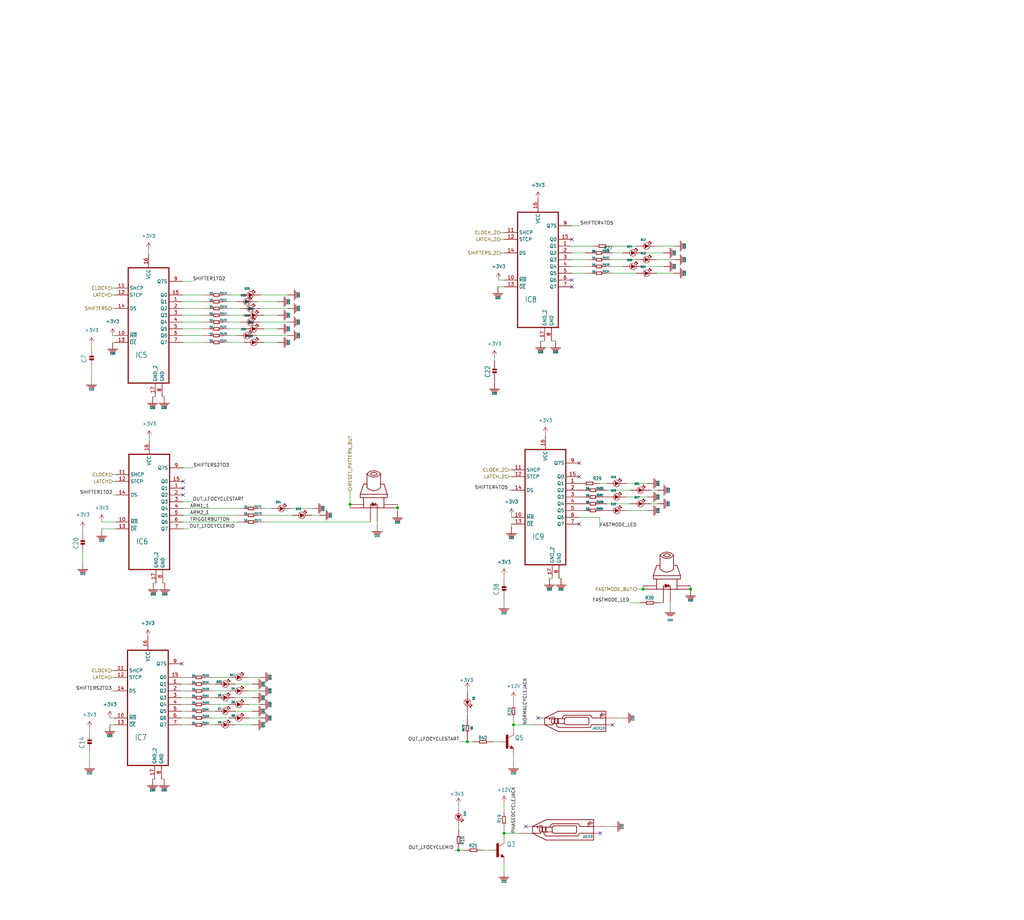
<source format=kicad_sch>
(kicad_sch (version 20211123) (generator eeschema)
  (paper "User" 383.413 344.754)
  (junction (at 240.792 220.726))
  (junction (at 148.844 190.246))
  (junction (at 258.572 220.726))
  (junction (at 175.006 277.876))
  (junction (at 188.722 312.166))
  (junction (at 192.278 271.526))
  (junction (at 131.064 188.976))
  (junction (at 171.704 318.516))
  (no_connect (at 68.58 182.88))
  (no_connect (at 68.58 185.42))
  (no_connect (at 214.122 89.662))
  (no_connect (at 216.916 196.342))
  (no_connect (at 216.916 173.482))
  (no_connect (at 214.122 104.902))
  (no_connect (at 196.85 309.626))
  (no_connect (at 216.916 178.562))
  (no_connect (at 68.58 180.34))
  (no_connect (at 214.122 107.442))
  (no_connect (at 201.422 268.986))
  (no_connect (at 229.362 271.526))
  (no_connect (at 224.79 312.166))
  (no_connect (at 68.072 248.666))
  (wire (pts (xy 175.006 267.716) (xy 175.006 266.954)))
  (wire (pts (xy 188.722 215.646) (xy 188.722 216.662)))
  (wire (pts (xy 171.704 309.88) (xy 171.704 310.896)))
  (wire (pts (xy 234.696 181.102) (xy 242.316 181.102)))
  (wire (pts (xy 55.626 93.472) (xy 55.626 95.25)))
  (wire (pts (xy 187.452 94.742) (xy 188.722 94.742)))
  (wire (pts (xy 43.18 177.8) (xy 42.164 177.8)))
  (wire (pts (xy 68.326 105.41) (xy 72.136 105.41)))
  (wire (pts (xy 177.038 277.876) (xy 175.006 277.876)))
  (wire (pts (xy 42.926 107.95) (xy 41.91 107.95)))
  (wire (pts (xy 42.672 271.526) (xy 41.148 271.526)))
  (wire (pts (xy 185.166 143.256) (xy 185.166 142.748)))
  (wire (pts (xy 61.722 218.44) (xy 60.96 218.44)))
  (wire (pts (xy 42.164 128.27) (xy 42.926 128.27)))
  (wire (pts (xy 93.218 268.986) (xy 97.028 268.986)))
  (wire (pts (xy 43.18 185.42) (xy 42.164 185.42)))
  (wire (pts (xy 138.684 195.58) (xy 138.684 195.326)))
  (wire (pts (xy 68.58 190.5) (xy 88.9 190.5)))
  (wire (pts (xy 240.792 99.822) (xy 248.412 99.822)))
  (wire (pts (xy 186.69 104.902) (xy 188.722 104.902)))
  (wire (pts (xy 42.926 110.49) (xy 41.91 110.49)))
  (wire (pts (xy 88.9 195.58) (xy 68.58 195.58)))
  (wire (pts (xy 192.278 262.636) (xy 192.278 261.874)))
  (wire (pts (xy 191.516 193.04) (xy 191.516 193.802)))
  (wire (pts (xy 68.58 198.12) (xy 70.866 198.12)))
  (wire (pts (xy 131.064 188.976) (xy 131.064 190.246)))
  (wire (pts (xy 94.488 271.526) (xy 88.138 271.526)))
  (wire (pts (xy 242.316 186.182) (xy 234.696 186.182)))
  (wire (pts (xy 68.072 271.526) (xy 69.342 271.526)))
  (wire (pts (xy 97.536 110.49) (xy 107.696 110.49)))
  (wire (pts (xy 148.844 190.246) (xy 148.844 191.516)))
  (wire (pts (xy 88.138 261.366) (xy 94.488 261.366)))
  (wire (pts (xy 190.246 183.642) (xy 191.516 183.642)))
  (wire (pts (xy 171.704 318.516) (xy 173.482 318.516)))
  (wire (pts (xy 68.072 266.446) (xy 69.342 266.446)))
  (wire (pts (xy 86.106 118.11) (xy 91.186 118.11)))
  (wire (pts (xy 231.902 268.986) (xy 232.918 268.986)))
  (wire (pts (xy 98.806 128.27) (xy 103.886 128.27)))
  (wire (pts (xy 99.06 193.04) (xy 109.22 193.04)))
  (wire (pts (xy 43.18 198.12) (xy 38.1 198.12)))
  (wire (pts (xy 188.722 310.896) (xy 188.722 312.166)))
  (wire (pts (xy 97.028 253.746) (xy 93.218 253.746)))
  (wire (pts (xy 88.138 266.446) (xy 94.488 266.446)))
  (wire (pts (xy 181.102 318.516) (xy 183.642 318.516)))
  (wire (pts (xy 61.468 291.846) (xy 60.452 291.846)))
  (wire (pts (xy 224.536 193.802) (xy 216.916 193.802)))
  (wire (pts (xy 103.886 113.03) (xy 96.266 113.03)))
  (wire (pts (xy 68.072 261.366) (xy 69.342 261.366)))
  (wire (pts (xy 245.872 97.282) (xy 252.222 97.282)))
  (wire (pts (xy 68.58 175.26) (xy 72.39 175.26)))
  (wire (pts (xy 68.326 118.11) (xy 75.946 118.11)))
  (wire (pts (xy 61.468 148.59) (xy 60.706 148.59)))
  (wire (pts (xy 38.1 198.12) (xy 38.1 198.374)))
  (wire (pts (xy 240.792 219.456) (xy 240.792 220.726)))
  (wire (pts (xy 33.528 285.496) (xy 33.528 281.686)))
  (wire (pts (xy 42.672 251.206) (xy 41.91 251.206)))
  (wire (pts (xy 239.522 225.806) (xy 235.712 225.806)))
  (wire (pts (xy 187.452 89.662) (xy 188.722 89.662)))
  (wire (pts (xy 99.06 190.5) (xy 101.6 190.5)))
  (wire (pts (xy 141.224 196.596) (xy 141.224 195.326)))
  (wire (pts (xy 103.886 123.19) (xy 98.806 123.19)))
  (wire (pts (xy 252.222 92.202) (xy 245.872 92.202)))
  (wire (pts (xy 131.064 183.642) (xy 131.064 188.976)))
  (wire (pts (xy 238.252 220.726) (xy 240.792 220.726)))
  (wire (pts (xy 68.326 125.73) (xy 75.946 125.73)))
  (wire (pts (xy 86.106 125.73) (xy 88.646 125.73)))
  (wire (pts (xy 235.966 188.722) (xy 227.076 188.722)))
  (wire (pts (xy 41.91 258.826) (xy 42.672 258.826)))
  (wire (pts (xy 188.722 323.596) (xy 188.722 326.136)))
  (wire (pts (xy 204.216 162.56) (xy 204.216 163.322)))
  (wire (pts (xy 188.722 312.166) (xy 188.722 313.436)))
  (wire (pts (xy 86.106 115.57) (xy 89.916 115.57)))
  (wire (pts (xy 43.18 180.34) (xy 42.164 180.34)))
  (wire (pts (xy 192.278 271.526) (xy 192.278 272.796)))
  (wire (pts (xy 57.15 148.59) (xy 58.166 148.59)))
  (wire (pts (xy 97.028 263.906) (xy 93.218 263.906)))
  (wire (pts (xy 79.502 263.906) (xy 85.598 263.906)))
  (wire (pts (xy 68.072 268.986) (xy 69.342 268.986)))
  (wire (pts (xy 68.072 263.906) (xy 69.342 263.906)))
  (wire (pts (xy 79.502 271.526) (xy 80.518 271.526)))
  (wire (pts (xy 86.106 120.65) (xy 89.916 120.65)))
  (wire (pts (xy 68.326 123.19) (xy 75.946 123.19)))
  (wire (pts (xy 97.536 115.57) (xy 107.696 115.57)))
  (wire (pts (xy 93.218 258.826) (xy 97.028 258.826)))
  (wire (pts (xy 217.17 84.582) (xy 214.122 84.582)))
  (wire (pts (xy 188.722 303.276) (xy 188.722 300.736)))
  (wire (pts (xy 229.362 99.822) (xy 233.172 99.822)))
  (wire (pts (xy 202.438 127.762) (xy 203.962 127.762)))
  (wire (pts (xy 227.076 183.642) (xy 235.966 183.642)))
  (wire (pts (xy 55.88 163.83) (xy 55.88 165.1)))
  (wire (pts (xy 171.704 318.516) (xy 169.926 318.516)))
  (wire (pts (xy 258.572 220.726) (xy 258.572 219.456)))
  (wire (pts (xy 224.536 181.102) (xy 227.076 181.102)))
  (wire (pts (xy 240.792 94.742) (xy 248.412 94.742)))
  (wire (pts (xy 42.672 268.986) (xy 41.148 268.986)))
  (wire (pts (xy 243.586 183.642) (xy 246.126 183.642)))
  (wire (pts (xy 107.696 120.65) (xy 97.536 120.65)))
  (wire (pts (xy 229.362 102.362) (xy 238.252 102.362)))
  (wire (pts (xy 191.516 176.022) (xy 190.5 176.022)))
  (wire (pts (xy 188.722 312.166) (xy 194.31 312.166)))
  (wire (pts (xy 68.326 110.49) (xy 75.946 110.49)))
  (wire (pts (xy 243.586 188.722) (xy 246.126 188.722)))
  (wire (pts (xy 192.278 282.956) (xy 192.278 285.496)))
  (wire (pts (xy 238.252 92.202) (xy 229.362 92.202)))
  (wire (pts (xy 171.704 302.26) (xy 171.704 301.498)))
  (wire (pts (xy 99.06 195.58) (xy 138.684 195.58)))
  (wire (pts (xy 227.33 309.626) (xy 228.854 309.626)))
  (wire (pts (xy 247.142 225.806) (xy 248.412 225.806)))
  (wire (pts (xy 210.058 216.662) (xy 209.296 216.662)))
  (wire (pts (xy 94.488 256.286) (xy 88.138 256.286)))
  (wire (pts (xy 186.436 107.442) (xy 188.722 107.442)))
  (wire (pts (xy 79.502 266.446) (xy 80.518 266.446)))
  (wire (pts (xy 192.278 270.256) (xy 192.278 271.526)))
  (wire (pts (xy 57.15 291.846) (xy 57.912 291.846)))
  (wire (pts (xy 224.536 197.612) (xy 224.536 193.802)))
  (wire (pts (xy 98.806 118.11) (xy 103.886 118.11)))
  (wire (pts (xy 68.072 253.746) (xy 69.342 253.746)))
  (wire (pts (xy 68.326 115.57) (xy 75.946 115.57)))
  (wire (pts (xy 234.696 191.262) (xy 242.316 191.262)))
  (wire (pts (xy 221.742 92.202) (xy 214.122 92.202)))
  (wire (pts (xy 30.988 207.01) (xy 30.988 210.82)))
  (wire (pts (xy 171.958 277.876) (xy 175.006 277.876)))
  (wire (pts (xy 79.502 253.746) (xy 85.598 253.746)))
  (wire (pts (xy 250.952 227.076) (xy 250.952 225.806)))
  (wire (pts (xy 119.634 193.04) (xy 116.84 193.04)))
  (wire (pts (xy 191.516 178.562) (xy 190.5 178.562)))
  (wire (pts (xy 68.072 256.286) (xy 69.342 256.286)))
  (wire (pts (xy 219.202 97.282) (xy 214.122 97.282)))
  (wire (pts (xy 68.58 193.04) (xy 88.9 193.04)))
  (wire (pts (xy 34.29 130.302) (xy 34.29 129.032)))
  (wire (pts (xy 38.1 195.58) (xy 38.1 195.326)))
  (wire (pts (xy 245.872 102.362) (xy 252.222 102.362)))
  (wire (pts (xy 68.326 120.65) (xy 75.946 120.65)))
  (wire (pts (xy 233.172 94.742) (xy 229.362 94.742)))
  (wire (pts (xy 33.528 272.796) (xy 33.528 274.066)))
  (wire (pts (xy 68.58 187.96) (xy 72.136 187.96)))
  (wire (pts (xy 184.658 277.876) (xy 187.198 277.876)))
  (wire (pts (xy 79.502 256.286) (xy 80.518 256.286)))
  (wire (pts (xy 219.202 99.822) (xy 214.122 99.822)))
  (wire (pts (xy 57.404 218.44) (xy 58.42 218.44)))
  (wire (pts (xy 205.74 216.662) (xy 206.756 216.662)))
  (wire (pts (xy 86.106 123.19) (xy 91.186 123.19)))
  (wire (pts (xy 191.516 197.358) (xy 191.516 196.342)))
  (wire (pts (xy 219.202 94.742) (xy 214.122 94.742)))
  (wire (pts (xy 43.18 195.58) (xy 38.1 195.58)))
  (wire (pts (xy 208.026 127.762) (xy 206.502 127.762)))
  (wire (pts (xy 79.502 261.366) (xy 80.518 261.366)))
  (wire (pts (xy 42.164 125.73) (xy 42.926 125.73)))
  (wire (pts (xy 187.452 87.122) (xy 188.722 87.122)))
  (wire (pts (xy 79.502 268.986) (xy 85.598 268.986)))
  (wire (pts (xy 86.106 128.27) (xy 91.186 128.27)))
  (wire (pts (xy 42.672 253.746) (xy 41.91 253.746)))
  (wire (pts (xy 185.166 133.858) (xy 185.166 135.128)))
  (wire (pts (xy 109.22 190.5) (xy 116.84 190.5)))
  (wire (pts (xy 86.106 113.03) (xy 88.646 113.03)))
  (wire (pts (xy 219.202 102.362) (xy 214.122 102.362)))
  (wire (pts (xy 107.696 125.73) (xy 96.266 125.73)))
  (wire (pts (xy 238.252 97.282) (xy 229.362 97.282)))
  (wire (pts (xy 42.926 115.57) (xy 41.91 115.57)))
  (wire (pts (xy 175.006 259.334) (xy 175.006 258.318)))
  (wire (pts (xy 188.722 225.552) (xy 188.722 224.282)))
  (wire (pts (xy 34.29 137.922) (xy 34.29 141.732)))
  (wire (pts (xy 86.106 110.49) (xy 89.916 110.49)))
  (wire (pts (xy 68.072 258.826) (xy 69.342 258.826)))
  (wire (pts (xy 68.326 128.27) (xy 75.946 128.27)))
  (wire (pts (xy 79.502 258.826) (xy 85.598 258.826)))
  (wire (pts (xy 192.278 271.526) (xy 198.882 271.526)))
  (wire (pts (xy 68.326 113.03) (xy 75.946 113.03)))
  (wire (pts (xy 30.988 198.12) (xy 30.988 199.39)))
  (wire (pts (xy 148.844 190.246) (xy 148.844 188.976)))
  (label "ARM1_1" (at 71.12 190.5 0) (effects (font (size 1.2446 1.2446))))
  (label "FASTMODE_LED" (at 235.712 225.806 180) (effects (font (size 1.2446 1.2446))))
  (label "FASTMODE_LED" (at 224.536 197.612 0) (effects (font (size 1.2446 1.2446))))
  (label "SHIFTER4TO5" (at 190.246 183.642 180))
  (label "TRIGGERBUTTON" (at 71.12 195.58 0) (effects (font (size 1.2446 1.2446))))
  (label "SHIFTERS2TO3" (at 41.91 258.826 180) (effects (font (size 1.2446 1.2446))))
  (label "PHASEDCYCLEJACK" (at 193.294 312.166 90) (effects (font (size 1.2446 1.2446))))
  (label "OUT_LFOCYCLEMID" (at 169.926 318.516 180) (effects (font (size 1.2446 1.2446))))
  (label "SHIFTER1TO2" (at 72.136 105.41 0) (effects (font (size 1.2446 1.2446))))
  (label "OUT_LFOCYCLESTART" (at 171.958 277.876 180) (effects (font (size 1.2446 1.2446))))
  (label "ARM2_1" (at 71.12 193.04 0) (effects (font (size 1.2446 1.2446))))
  (label "OUT_LFOCYCLESTART" (at 72.136 187.96 0) (effects (font (size 1.2446 1.2446))))
  (label "NORMALCYCLEJACK" (at 197.612 271.526 90) (effects (font (size 1.2446 1.2446))))
  (label "OUT_LFOCYCLEMID" (at 70.866 198.12 0) (effects (font (size 1.2446 1.2446))))
  (label "SHIFTERS2TO3" (at 72.39 175.26 0) (effects (font (size 1.2446 1.2446))))
  (label "SHIFTER1TO2" (at 42.164 185.42 180) (effects (font (size 1.2446 1.2446))))
  (label "SHIFTER4TO5" (at 217.17 84.582 0))
  (hierarchical_label "LATCH" (shape input) (at 41.91 110.49 180) (effects (font (size 1.2446 1.2446))))
  (hierarchical_label "RESET_PATTERN_BUT" (shape output) (at 131.064 183.642 90) (effects (font (size 1.2446 1.2446))))
  (hierarchical_label "SHIFTERS_2" (shape input) (at 187.452 94.742 180) (effects (font (size 1.2446 1.2446))))
  (hierarchical_label "LATCH_2" (shape input) (at 190.5 178.562 180) (effects (font (size 1.2446 1.2446))))
  (hierarchical_label "LATCH" (shape input) (at 41.91 253.746 180) (effects (font (size 1.2446 1.2446))))
  (hierarchical_label "CLOCK_2" (shape input) (at 190.5 176.022 180) (effects (font (size 1.2446 1.2446))))
  (hierarchical_label "LATCH" (shape input) (at 42.164 180.34 180) (effects (font (size 1.2446 1.2446))))
  (hierarchical_label "FASTMODE_BUT" (shape output) (at 238.252 220.726 180) (effects (font (size 1.2446 1.2446))))
  (hierarchical_label "CLOCK_2" (shape input) (at 187.452 87.122 180) (effects (font (size 1.2446 1.2446))))
  (hierarchical_label "LATCH_2" (shape input) (at 187.452 89.662 180) (effects (font (size 1.2446 1.2446))))
  (hierarchical_label "CLOCK" (shape input) (at 41.91 107.95 180) (effects (font (size 1.2446 1.2446))))
  (hierarchical_label "SHIFTERS" (shape input) (at 41.91 115.57 180) (effects (font (size 1.2446 1.2446))))
  (hierarchical_label "CLOCK" (shape input) (at 41.91 251.206 180) (effects (font (size 1.2446 1.2446))))
  (hierarchical_label "CLOCK" (shape input) (at 42.164 177.8 180) (effects (font (size 1.2446 1.2446))))
  (symbol (lib_id "TINRS - Wobbler (pico)sch-eagle-import:GND") (at 250.952 229.616 0) (unit 1)
    (property "Reference" "#GND099" (effects hide))
    (property "Value" "GND" (at 250.952 231.902 0) (effects (font (size 0.762 0.6477)) (justify top)))
  )
  (symbol (lib_id "TINRS - Wobbler (pico)sch-eagle-import:4R-N0402ARV341") (at 74.422 266.446 0) (unit 3)
    (property "Reference" "RN6" (at 75.692 266.192 0) (effects (font (size 0.762 0.6477)) (justify left bottom)))
    (property "Value" "56" (at 73.152 266.192 0) (effects (font (size 0.762 0.6477)) (justify right bottom)))
    (property "Footprint" "TINRS - Wobbler (pico)sch:4X0402ARV341" (effects hide))
  )
  (symbol (lib_id "TINRS - Wobbler (pico)sch-eagle-import:GND") (at 97.028 256.286 90) (unit 1)
    (property "Reference" "#GND056" (effects hide))
    (property "Value" "GND" (at 98.298 256.286 0) (effects (font (size 0.762 0.6477)) (justify top)))
  )
  (symbol (lib_id "TINRS - Wobbler (pico)sch-eagle-import:4R-N0402ARV341") (at 81.026 125.73 0) (unit 2)
    (property "Reference" "RN2" (at 82.296 125.476 0) (effects (font (size 0.762 0.6477)) (justify left bottom)))
    (property "Value" "56" (at 79.756 125.476 0) (effects (font (size 0.762 0.6477)) (justify right bottom)))
    (property "Footprint" "TINRS - Wobbler (pico)sch:4X0402ARV341" (effects hide))
  )
  (symbol (lib_id "TINRS - Wobbler (pico)sch-eagle-import:GND") (at 61.468 151.13 0) (unit 1)
    (property "Reference" "#GND097" (effects hide))
    (property "Value" "GND" (at 61.468 152.4 0) (effects (font (size 0.762 0.6477)) (justify top)))
  )
  (symbol (lib_id "TINRS - Wobbler (pico)sch-eagle-import:4R-N0402ARV341") (at 224.282 97.282 0) (unit 3)
    (property "Reference" "RN3" (at 225.552 97.028 0) (effects (font (size 0.762 0.6477)) (justify left bottom)))
    (property "Value" "56" (at 223.012 97.028 0) (effects (font (size 0.762 0.6477)) (justify right bottom)))
    (property "Footprint" "TINRS - Wobbler (pico)sch:4X0402ARV341" (effects hide))
  )
  (symbol (lib_id "TINRS - Wobbler (pico)sch-eagle-import:4R-N0402ARV341") (at 221.996 188.722 0) (unit 2)
    (property "Reference" "RN9" (at 223.266 188.468 0) (effects (font (size 0.762 0.6477)) (justify left bottom)))
    (property "Value" "56" (at 220.726 188.468 0) (effects (font (size 0.762 0.6477)) (justify right bottom)))
    (property "Footprint" "TINRS - Wobbler (pico)sch:4X0402ARV341" (effects hide))
  )
  (symbol (lib_id "TINRS - Wobbler (pico)sch-eagle-import:4R-N0402ARV341") (at 81.026 115.57 0) (unit 2)
    (property "Reference" "RN1" (at 82.296 115.316 0) (effects (font (size 0.762 0.6477)) (justify left bottom)))
    (property "Value" "56" (at 79.756 115.316 0) (effects (font (size 0.762 0.6477)) (justify right bottom)))
    (property "Footprint" "TINRS - Wobbler (pico)sch:4X0402ARV341" (effects hide))
  )
  (symbol (lib_id "TINRS - Wobbler (pico)sch-eagle-import:GND") (at 205.74 219.202 0) (unit 1)
    (property "Reference" "#GND0128" (effects hide))
    (property "Value" "GND" (at 205.74 220.472 0) (effects (font (size 0.762 0.6477)) (justify top)))
  )
  (symbol (lib_id "TINRS - Wobbler (pico)sch-eagle-import:GND") (at 61.722 220.98 0) (unit 1)
    (property "Reference" "#GND095" (effects hide))
    (property "Value" "GND" (at 61.722 222.25 0) (effects (font (size 0.762 0.6477)) (justify top)))
  )
  (symbol (lib_id "TINRS - Wobbler (pico)sch-eagle-import:LED3MM") (at 230.886 181.102 0) (unit 1)
    (property "Reference" "D16" (at 228.6762 178.308 0) (effects (font (size 0.762 0.6477)) (justify left top)))
    (property "Value" "LED3MM" (effects hide))
    (property "Footprint" "3MMLED" (effects hide))
  )
  (symbol (lib_id "TINRS - Wobbler (pico)sch-eagle-import:GND") (at 30.988 213.36 0) (unit 1)
    (property "Reference" "#GND083" (effects hide))
    (property "Value" "GND" (at 30.988 214.63 0) (effects (font (size 0.762 0.6477)) (justify top)))
  )
  (symbol (lib_id "TINRS - Wobbler (pico)sch-eagle-import:GND") (at 250.952 94.742 90) (unit 1)
    (property "Reference" "#GND032" (effects hide))
    (property "Value" "GND" (at 252.222 94.742 0) (effects (font (size 0.762 0.6477)) (justify top)))
  )
  (symbol (lib_id "power:+3.3V") (at 55.372 238.506 0) (unit 1)
    (property "Reference" "#PWR0135" (effects hide))
    (property "Value" "+3.3V" (at 55.372 233.426 0))
  )
  (symbol (lib_id "TINRS - Wobbler (pico)sch-eagle-import:LED3MM") (at 236.982 99.822 0) (unit 1)
    (property "Reference" "D35" (at 234.7722 97.028 0) (effects (font (size 0.762 0.6477)) (justify left top)))
    (property "Value" "LED3MM" (effects hide))
    (property "Footprint" "3MMLED" (effects hide))
  )
  (symbol (lib_id "TINRS - Wobbler (pico)sch-eagle-import:GND") (at 235.458 268.986 90) (unit 1)
    (property "Reference" "#GND0143" (effects hide))
    (property "Value" "GND" (at 236.728 268.986 0) (effects (font (size 0.762 0.6477)) (justify top)))
  )
  (symbol (lib_id "TINRS - Wobbler (pico)sch-eagle-import:GND") (at 258.572 223.266 0) (unit 1)
    (property "Reference" "#GND0122" (effects hide))
    (property "Value" "GND" (at 258.572 224.536 0) (effects (font (size 0.762 0.6477)) (justify top)))
  )
  (symbol (lib_id "TINRS - Wobbler (pico)sch-eagle-import:R-0603") (at 192.278 266.446 90) (unit 1)
    (property "Reference" "R39" (at 191.516 268.224 0) (effects (font (size 1.27 1.0795)) (justify left bottom)))
    (property "Value" "10k" (at 195.072 268.224 0) (effects (font (size 1.27 1.0795)) (justify left bottom)))
    (property "Footprint" "R0603" (effects hide))
    (property "Value" "unknown" (effects hide))
  )
  (symbol (lib_id "TINRS - Wobbler (pico)sch-eagle-import:4R-N0402ARV341") (at 221.996 186.182 0) (unit 3)
    (property "Reference" "RN9" (at 223.266 185.928 0) (effects (font (size 0.762 0.6477)) (justify left bottom)))
    (property "Value" "56" (at 220.726 185.928 0) (effects (font (size 0.762 0.6477)) (justify right bottom)))
    (property "Footprint" "TINRS - Wobbler (pico)sch:4X0402ARV341" (effects hide))
  )
  (symbol (lib_id "TINRS - Wobbler (pico)sch-eagle-import:GND") (at 106.426 118.11 90) (mirror x) (unit 1)
    (property "Reference" "#GND066" (effects hide))
    (property "Value" "GND" (at 107.696 118.11 0) (effects (font (size 0.762 0.6477)) (justify top)))
  )
  (symbol (lib_id "TINRS - Wobbler (pico)sch-eagle-import:74HC595BQ") (at 55.372 263.906 0) (unit 1)
    (property "Reference" "IC7" (at 50.419 277.4188 0) (effects (font (size 2.0828 1.7703)) (justify left bottom)))
    (property "Value" "74HC595BQ" (at 64.262 274.066 90) (effects (font (size 1.016 0.8636)) (justify right top)))
    (property "Footprint" "QFN50P250X350X100-17N" (effects hide))
    (property "Value" "NXP" (effects hide))
  )
  (symbol (lib_id "TINRS - Wobbler (pico)sch-eagle-import:GND") (at 99.568 268.986 90) (mirror x) (unit 1)
    (property "Reference" "#GND058" (effects hide))
    (property "Value" "GND" (at 100.838 268.986 0) (effects (font (size 0.762 0.6477)) (justify top)))
  )
  (symbol (lib_id "TINRS - Wobbler (pico)sch-eagle-import:GND") (at 97.028 261.366 90) (mirror x) (unit 1)
    (property "Reference" "#GND063" (effects hide))
    (property "Value" "GND" (at 98.298 261.366 0) (effects (font (size 0.762 0.6477)) (justify top)))
  )
  (symbol (lib_id "TINRS - Wobbler (pico)sch-eagle-import:GND") (at 38.1 200.914 0) (unit 1)
    (property "Reference" "#GND021" (effects hide))
    (property "Value" "GND" (at 38.1 202.184 0) (effects (font (size 0.762 0.6477)) (justify top)))
  )
  (symbol (lib_id "TINRS - Wobbler (pico)sch-eagle-import:4R-N0402ARV341") (at 74.422 253.746 0) (unit 4)
    (property "Reference" "RN5" (at 75.692 253.492 0) (effects (font (size 0.762 0.6477)) (justify left bottom)))
    (property "Value" "56" (at 73.152 253.492 0) (effects (font (size 0.762 0.6477)) (justify right bottom)))
    (property "Footprint" "TINRS - Wobbler (pico)sch:4X0402ARV341" (effects hide))
  )
  (symbol (lib_id "TINRS - Wobbler (pico)sch-eagle-import:C-EUC0402") (at 33.528 279.146 180) (unit 1)
    (property "Reference" "C14" (at 29.718 275.844 90) (effects (font (size 1.778 1.5113)) (justify left bottom)))
    (property "Value" "100nF" (at 34.798 274.828 90) (effects (font (size 1.778 1.5113)) (justify left bottom)))
    (property "Footprint" "C0402" (effects hide))
    (property "Value" "1759017" (effects hide))
  )
  (symbol (lib_id "TINRS - Wobbler (pico)sch-eagle-import:4R-N0402ARV341") (at 175.006 272.796 90) (unit 4)
    (property "Reference" "RN7" (at 173.99 274.066 0) (effects (font (size 0.762 0.6477)) (justify left bottom)))
    (property "Value" "56" (at 177.038 272.034 0) (effects (font (size 0.762 0.6477)) (justify right bottom)))
    (property "Footprint" "TINRS - Wobbler (pico)sch:4X0402ARV341" (effects hide))
  )
  (symbol (lib_id "power:+3.3V") (at 55.626 93.472 0) (unit 1)
    (property "Reference" "#PWR0124" (effects hide))
    (property "Value" "+3.3V" (at 55.626 88.392 0))
  )
  (symbol (lib_id "TINRS - Wobbler (pico)sch-eagle-import:GND") (at 42.164 130.81 0) (unit 1)
    (property "Reference" "#GND038" (effects hide))
    (property "Value" "GND" (at 42.164 132.08 0) (effects (font (size 0.762 0.6477)) (justify top)))
  )
  (symbol (lib_id "TINRS - Wobbler (pico)sch-eagle-import:GND") (at 191.516 199.898 0) (unit 1)
    (property "Reference" "#GND0130" (effects hide))
    (property "Value" "GND" (at 191.516 201.168 0) (effects (font (size 0.762 0.6477)) (justify top)))
  )
  (symbol (lib_id "TINRS - Wobbler (pico)sch-eagle-import:4R-N0402ARV341") (at 221.996 191.262 0) (unit 1)
    (property "Reference" "RN9" (at 223.266 191.008 0) (effects (font (size 0.762 0.6477)) (justify left bottom)))
    (property "Value" "56" (at 220.726 191.008 0) (effects (font (size 0.762 0.6477)) (justify right bottom)))
    (property "Footprint" "TINRS - Wobbler (pico)sch:4X0402ARV341" (effects hide))
  )
  (symbol (lib_id "TINRS - Wobbler (pico)sch-eagle-import:GND") (at 106.426 128.27 90) (unit 1)
    (property "Reference" "#GND057" (effects hide))
    (property "Value" "GND" (at 107.696 128.27 0) (effects (font (size 0.762 0.6477)) (justify top)))
  )
  (symbol (lib_id "TINRS - Wobbler (pico)sch-eagle-import:GND") (at 244.856 191.262 90) (unit 1)
    (property "Reference" "#GND0127" (effects hide))
    (property "Value" "GND" (at 246.126 191.262 0) (effects (font (size 0.762 0.6477)) (justify top)))
  )
  (symbol (lib_id "TINRS - Wobbler (pico)sch-eagle-import:C-EUC0402") (at 34.29 135.382 180) (unit 1)
    (property "Reference" "C7" (at 30.48 132.842 90) (effects (font (size 1.778 1.5113)) (justify left bottom)))
    (property "Value" "100nF" (at 35.306 130.81 90) (effects (font (size 1.778 1.5113)) (justify left bottom)))
    (property "Footprint" "C0402" (effects hide))
    (property "Value" "1759017" (effects hide))
  )
  (symbol (lib_id "TINRS - Wobbler (pico)sch-eagle-import:LED3MM") (at 93.726 120.65 0) (unit 1)
    (property "Reference" "D29" (at 91.5162 117.856 0) (effects (font (size 0.762 0.6477)) (justify left top)))
    (property "Value" "LED3MM" (effects hide))
    (property "Footprint" "3MMLED" (effects hide))
  )
  (symbol (lib_id "TINRS - Wobbler (pico)sch-eagle-import:C-EUC0402") (at 188.722 221.742 180) (unit 1)
    (property "Reference" "C38" (at 184.912 218.44 90) (effects (font (size 1.778 1.5113)) (justify left bottom)))
    (property "Value" "100nF" (at 189.992 217.678 90) (effects (font (size 1.778 1.5113)) (justify left bottom)))
    (property "Footprint" "C0402" (effects hide))
    (property "Value" "1759017" (effects hide))
  )
  (symbol (lib_id "power:+3.3V") (at 185.166 133.858 0) (unit 1)
    (property "Reference" "#PWR0123" (effects hide))
    (property "Value" "+3.3V" (at 185.166 128.778 0))
  )
  (symbol (lib_id "TINRS - Wobbler (pico)sch-eagle-import:GND") (at 97.028 271.526 90) (mirror x) (unit 1)
    (property "Reference" "#GND059" (effects hide))
    (property "Value" "GND" (at 98.298 271.526 0) (effects (font (size 0.762 0.6477)) (justify top)))
  )
  (symbol (lib_id "TINRS - Wobbler (pico)sch-eagle-import:LED3MM") (at 92.456 125.73 0) (unit 1)
    (property "Reference" "D31" (at 90.2462 122.936 0) (effects (font (size 0.762 0.6477)) (justify left top)))
    (property "Value" "LED3MM" (effects hide))
    (property "Footprint" "3MMLED" (effects hide))
  )
  (symbol (lib_id "TINRS - Wobbler (pico)sch-eagle-import:GND") (at 186.436 109.982 0) (unit 1)
    (property "Reference" "#GND085" (effects hide))
    (property "Value" "GND" (at 186.436 111.252 0) (effects (font (size 0.762 0.6477)) (justify top)))
  )
  (symbol (lib_id "TINRS - Wobbler (pico)sch-eagle-import:LED3MM") (at 89.408 258.826 0) (unit 1)
    (property "Reference" "D4" (at 86.614 257.556 0) (effects (font (size 0.762 0.6477)) (justify left top)))
    (property "Value" "LED3MM" (effects hide))
    (property "Footprint" "3MMLED" (effects hide))
  )
  (symbol (lib_id "TINRS - Wobbler (pico)sch-eagle-import:4R-N0402ARV341") (at 74.422 261.366 0) (unit 1)
    (property "Reference" "RN5" (at 75.692 261.112 0) (effects (font (size 0.762 0.6477)) (justify left bottom)))
    (property "Value" "56" (at 73.152 261.112 0) (effects (font (size 0.762 0.6477)) (justify right bottom)))
    (property "Footprint" "TINRS - Wobbler (pico)sch:4X0402ARV341" (effects hide))
  )
  (symbol (lib_id "power:+3.3V") (at 186.69 104.902 0) (unit 1)
    (property "Reference" "#PWR0122" (effects hide))
    (property "Value" "+3.3V" (at 186.69 99.822 0))
  )
  (symbol (lib_id "TINRS - Wobbler (pico)sch-eagle-import:74HC595BQ") (at 201.422 99.822 0) (unit 1)
    (property "Reference" "IC8" (at 196.469 113.3348 0) (effects (font (size 2.0828 1.7703)) (justify left bottom)))
    (property "Value" "74HC595BQ" (at 210.312 109.982 90) (effects (font (size 1.016 0.8636)) (justify right top)))
    (property "Footprint" "QFN50P250X350X100-17N" (effects hide))
    (property "Value" "NXP" (effects hide))
  )
  (symbol (lib_id "TINRS - Wobbler (pico)sch-eagle-import:4R-N0402ARV341") (at 224.282 99.822 0) (unit 2)
    (property "Reference" "RN3" (at 225.552 99.568 0) (effects (font (size 0.762 0.6477)) (justify left bottom)))
    (property "Value" "56" (at 223.012 99.568 0) (effects (font (size 0.762 0.6477)) (justify right bottom)))
    (property "Footprint" "TINRS - Wobbler (pico)sch:4X0402ARV341" (effects hide))
  )
  (symbol (lib_id "TINRS - Wobbler (pico)sch-eagle-import:GND") (at 61.468 294.386 0) (unit 1)
    (property "Reference" "#GND075" (effects hide))
    (property "Value" "GND" (at 61.468 295.656 0) (effects (font (size 0.762 0.6477)) (justify top)))
  )
  (symbol (lib_id "power:+3.3V") (at 34.29 129.032 0) (unit 1)
    (property "Reference" "#PWR0131" (effects hide))
    (property "Value" "+3.3V" (at 34.29 123.698 0))
  )
  (symbol (lib_id "TINRS - Wobbler (pico)sch-eagle-import:GND") (at 208.026 130.302 0) (unit 1)
    (property "Reference" "#GND084" (effects hide))
    (property "Value" "GND" (at 208.026 131.572 0) (effects (font (size 0.762 0.6477)) (justify top)))
  )
  (symbol (lib_id "TINRS - Wobbler (pico)sch-eagle-import:LED3MM") (at 84.328 271.526 0) (unit 1)
    (property "Reference" "D9" (at 81.534 270.256 0) (effects (font (size 0.762 0.6477)) (justify left top)))
    (property "Value" "LED3MM" (effects hide))
    (property "Footprint" "3MMLED" (effects hide))
  )
  (symbol (lib_id "TINRS - Wobbler (pico)sch-eagle-import:LED3MM") (at 230.886 191.262 0) (unit 1)
    (property "Reference" "D22" (at 228.6762 188.468 0) (effects (font (size 0.762 0.6477)) (justify left top)))
    (property "Value" "LED3MM" (effects hide))
    (property "Footprint" "3MMLED" (effects hide))
  )
  (symbol (lib_id "power:+3.3V") (at 38.1 195.326 0) (unit 1)
    (property "Reference" "#PWR0127" (effects hide))
    (property "Value" "+3.3V" (at 38.1 190.246 0))
  )
  (symbol (lib_id "power:+3.3V") (at 191.516 193.04 0) (unit 1)
    (property "Reference" "#PWR0128" (effects hide))
    (property "Value" "+3.3V" (at 191.516 187.96 0))
  )
  (symbol (lib_id "TINRS - Wobbler (pico)sch-eagle-import:GND") (at 188.722 328.676 0) (unit 1)
    (property "Reference" "#GND042" (effects hide))
    (property "Value" "GND" (at 188.722 329.946 0) (effects (font (size 0.762 0.6477)) (justify top)))
  )
  (symbol (lib_id "TINRS - Wobbler (pico)sch-eagle-import:GND") (at 188.722 228.092 0) (unit 1)
    (property "Reference" "#GND06" (effects hide))
    (property "Value" "GND" (at 188.722 229.362 0) (effects (font (size 0.762 0.6477)) (justify top)))
  )
  (symbol (lib_id "TINRS - Wobbler (pico)sch-eagle-import:LED3MM") (at 89.408 263.906 0) (unit 1)
    (property "Reference" "D6" (at 86.614 262.636 0) (effects (font (size 0.762 0.6477)) (justify left top)))
    (property "Value" "LED3MM" (effects hide))
    (property "Footprint" "3MMLED" (effects hide))
  )
  (symbol (lib_id "TINRS - Wobbler (pico)sch-eagle-import:GND") (at 248.666 188.722 90) (unit 1)
    (property "Reference" "#GND0123" (effects hide))
    (property "Value" "GND" (at 249.936 188.722 0) (effects (font (size 0.762 0.6477)) (justify top)))
  )
  (symbol (lib_id "TINRS - Wobbler (pico)sch-eagle-import:4R-N0402ARV341") (at 81.026 113.03 0) (unit 3)
    (property "Reference" "RN1" (at 82.296 112.776 0) (effects (font (size 0.762 0.6477)) (justify left bottom)))
    (property "Value" "56" (at 79.756 112.776 0) (effects (font (size 0.762 0.6477)) (justify right bottom)))
    (property "Footprint" "TINRS - Wobbler (pico)sch:4X0402ARV341" (effects hide))
  )
  (symbol (lib_id "TINRS - Wobbler (pico)sch-eagle-import:LED3MM") (at 89.408 268.986 0) (unit 1)
    (property "Reference" "D8" (at 86.614 267.716 0) (effects (font (size 0.762 0.6477)) (justify left top)))
    (property "Value" "LED3MM" (effects hide))
    (property "Footprint" "3MMLED" (effects hide))
  )
  (symbol (lib_id "power:+3.3V") (at 204.216 162.56 0) (unit 1)
    (property "Reference" "#PWR0129" (effects hide))
    (property "Value" "+3.3V" (at 204.216 157.48 0))
  )
  (symbol (lib_id "TINRS - Wobbler (pico)sch-eagle-import:R-0603") (at 180.848 277.876 0) (unit 1)
    (property "Reference" "R40" (at 179.07 277.114 0) (effects (font (size 1.27 1.0795)) (justify left bottom)))
    (property "Value" "100k" (at 178.562 280.67 0) (effects (font (size 1.27 1.0795)) (justify left bottom)))
    (property "Footprint" "R0603" (effects hide))
    (property "Value" "unknown" (effects hide))
  )
  (symbol (lib_id "TINRS - Wobbler (pico)sch-eagle-import:GND") (at 110.236 110.49 90) (mirror x) (unit 1)
    (property "Reference" "#GND071" (effects hide))
    (property "Value" "GND" (at 111.506 110.49 0) (effects (font (size 0.762 0.6477)) (justify top)))
  )
  (symbol (lib_id "TINRS - Wobbler (pico)sch-eagle-import:C-EUC0402") (at 30.988 204.47 180) (unit 1)
    (property "Reference" "C20" (at 27.432 201.168 90) (effects (font (size 1.778 1.5113)) (justify left bottom)))
    (property "Value" "100nF" (at 32.004 199.898 90) (effects (font (size 1.778 1.5113)) (justify left bottom)))
    (property "Footprint" "C0402" (effects hide))
    (property "Value" "1759017" (effects hide))
  )
  (symbol (lib_id "TINRS - Wobbler (pico)sch-eagle-import:LED3MM") (at 242.062 97.282 0) (unit 1)
    (property "Reference" "D13" (at 239.8522 94.488 0) (effects (font (size 0.762 0.6477)) (justify left top)))
    (property "Value" "LED3MM" (effects hide))
    (property "Footprint" "3MMLED" (effects hide))
  )
  (symbol (lib_id "TINRS - Wobbler (pico)sch-eagle-import:LED3MM") (at 239.776 188.722 0) (unit 1)
    (property "Reference" "D17" (at 237.5662 185.928 0) (effects (font (size 0.762 0.6477)) (justify left top)))
    (property "Value" "LED3MM" (effects hide))
    (property "Footprint" "3MMLED" (effects hide))
  )
  (symbol (lib_id "TINRS - Wobbler (pico)sch-eagle-import:LED3MM") (at 94.996 118.11 0) (unit 1)
    (property "Reference" "D28" (at 92.7862 115.316 0) (effects (font (size 0.762 0.6477)) (justify left top)))
    (property "Value" "LED3MM" (effects hide))
    (property "Footprint" "3MMLED" (effects hide))
  )
  (symbol (lib_id "TINRS - Wobbler (pico)sch-eagle-import:LED3MM") (at 175.006 263.144 270) (unit 1)
    (property "Reference" "D3" (at 177.8 260.9342 0) (effects (font (size 0.762 0.6477)) (justify left top)))
    (property "Value" "LED3MM" (effects hide))
    (property "Footprint" "3MMLED" (effects hide))
  )
  (symbol (lib_id "TINRS - Wobbler (pico)sch-eagle-import:GND") (at 106.426 123.19 90) (mirror x) (unit 1)
    (property "Reference" "#GND068" (effects hide))
    (property "Value" "GND" (at 107.696 123.19 0) (effects (font (size 0.762 0.6477)) (justify top)))
  )
  (symbol (lib_id "TINRS - Wobbler (pico)sch-eagle-import:GND") (at 244.856 186.182 90) (unit 1)
    (property "Reference" "#GND0125" (effects hide))
    (property "Value" "GND" (at 246.126 186.182 0) (effects (font (size 0.762 0.6477)) (justify top)))
  )
  (symbol (lib_id "power:+3.3V") (at 41.148 268.986 0) (unit 1)
    (property "Reference" "#PWR0136" (effects hide))
    (property "Value" "+3.3V" (at 41.148 263.906 0))
  )
  (symbol (lib_id "TINRS - Wobbler (pico)sch-eagle-import:LED3MM") (at 242.062 92.202 0) (unit 1)
    (property "Reference" "D12" (at 239.8522 89.408 0) (effects (font (size 0.762 0.6477)) (justify left top)))
    (property "Value" "LED3MM" (effects hide))
    (property "Footprint" "3MMLED" (effects hide))
  )
  (symbol (lib_id "power:+12V") (at 192.278 261.874 0) (unit 1)
    (property "Reference" "#PWR0138" (effects hide))
    (property "Value" "+12V" (at 192.278 257.048 0))
  )
  (symbol (lib_id "TINRS - Wobbler (pico)sch-eagle-import:LED3MM") (at 92.456 113.03 0) (unit 1)
    (property "Reference" "D26" (at 90.2462 110.236 0) (effects (font (size 0.762 0.6477)) (justify left top)))
    (property "Value" "LED3MM" (effects hide))
    (property "Footprint" "3MMLED" (effects hide))
  )
  (symbol (lib_id "power:+3.3V") (at 175.006 258.318 0) (unit 1)
    (property "Reference" "#PWR0139" (effects hide))
    (property "Value" "+3.3V" (at 177.292 254.762 0) (effects (justify right)))
  )
  (symbol (lib_id "power:+3.3V") (at 42.164 125.73 0) (unit 1)
    (property "Reference" "#PWR0125" (effects hide))
    (property "Value" "+3.3V" (at 42.164 120.396 0))
  )
  (symbol (lib_id "TINRS - Wobbler (pico)sch-eagle-import:R-0603") (at 243.332 225.806 180) (unit 1)
    (property "Reference" "R30" (at 244.856 223.266 0) (effects (font (size 1.27 1.0795)) (justify left bottom)))
    (property "Value" "56" (at 244.602 226.568 0) (effects (font (size 1.27 1.0795)) (justify left bottom)))
    (property "Footprint" "R0603" (effects hide))
    (property "Value" "unknown" (effects hide))
  )
  (symbol (lib_id "TINRS - Wobbler (pico)sch-eagle-import:4R-N0402ARV341") (at 74.422 258.826 0) (unit 2)
    (property "Reference" "RN5" (at 75.692 258.572 0) (effects (font (size 0.762 0.6477)) (justify left bottom)))
    (property "Value" "56" (at 73.152 258.572 0) (effects (font (size 0.762 0.6477)) (justify right bottom)))
    (property "Footprint" "TINRS - Wobbler (pico)sch:4X0402ARV341" (effects hide))
  )
  (symbol (lib_id "TINRS - Wobbler (pico)sch-eagle-import:GND") (at 141.224 199.136 0) (unit 1)
    (property "Reference" "#GND045" (effects hide))
    (property "Value" "GND" (at 141.224 200.406 0) (effects (font (size 0.762 0.6477)) (justify top)))
  )
  (symbol (lib_id "TINRS - Wobbler (pico)sch-eagle-import:4R-N0402ARV341") (at 81.026 110.49 0) (unit 4)
    (property "Reference" "RN1" (at 82.296 110.236 0) (effects (font (size 0.762 0.6477)) (justify left bottom)))
    (property "Value" "56" (at 79.756 110.236 0) (effects (font (size 0.762 0.6477)) (justify right bottom)))
    (property "Footprint" "TINRS - Wobbler (pico)sch:4X0402ARV341" (effects hide))
  )
  (symbol (lib_id "power:+3.3V") (at 55.88 163.83 0) (unit 1)
    (property "Reference" "#PWR0126" (effects hide))
    (property "Value" "+3.3V" (at 55.88 158.75 0))
  )
  (symbol (lib_id "TINRS - Wobbler (pico)sch-eagle-import:GND") (at 250.952 99.822 90) (unit 1)
    (property "Reference" "#GND054" (effects hide))
    (property "Value" "GND" (at 252.222 99.822 0) (effects (font (size 0.762 0.6477)) (justify top)))
  )
  (symbol (lib_id "TINRS - Wobbler (pico)sch-eagle-import:LED3MM") (at 239.776 183.642 0) (unit 1)
    (property "Reference" "D21" (at 237.5662 180.848 0) (effects (font (size 0.762 0.6477)) (justify left top)))
    (property "Value" "LED3MM" (effects hide))
    (property "Footprint" "3MMLED" (effects hide))
  )
  (symbol (lib_id "TINRS - Wobbler (pico)sch-eagle-import:GND") (at 254.762 92.202 90) (unit 1)
    (property "Reference" "#GND082" (effects hide))
    (property "Value" "GND" (at 256.032 92.202 0) (effects (font (size 0.762 0.6477)) (justify top)))
  )
  (symbol (lib_id "TINRS - Wobbler (pico)sch-eagle-import:LED3MM") (at 93.726 110.49 0) (unit 1)
    (property "Reference" "D25" (at 91.5162 107.696 0) (effects (font (size 0.762 0.6477)) (justify left top)))
    (property "Value" "LED3MM" (effects hide))
    (property "Footprint" "3MMLED" (effects hide))
  )
  (symbol (lib_id "TINRS - Wobbler (pico)sch-eagle-import:4R-N0402ARV341") (at 81.026 118.11 0) (unit 1)
    (property "Reference" "RN1" (at 82.296 117.856 0) (effects (font (size 0.762 0.6477)) (justify left bottom)))
    (property "Value" "56" (at 79.756 117.856 0) (effects (font (size 0.762 0.6477)) (justify right bottom)))
    (property "Footprint" "TINRS - Wobbler (pico)sch:4X0402ARV341" (effects hide))
  )
  (symbol (lib_id "TINRS - Wobbler (pico)sch-eagle-import:4R-N0402ARV341") (at 74.422 268.986 0) (unit 2)
    (property "Reference" "RN6" (at 75.692 268.732 0) (effects (font (size 0.762 0.6477)) (justify left bottom)))
    (property "Value" "56" (at 73.152 268.732 0) (effects (font (size 0.762 0.6477)) (justify right bottom)))
    (property "Footprint" "TINRS - Wobbler (pico)sch:4X0402ARV341" (effects hide))
  )
  (symbol (lib_id "TINRS - Wobbler (pico)sch-eagle-import:GND") (at 248.666 183.642 90) (unit 1)
    (property "Reference" "#GND0126" (effects hide))
    (property "Value" "GND" (at 249.936 183.642 0) (effects (font (size 0.762 0.6477)) (justify top)))
  )
  (symbol (lib_id "TINRS - Wobbler (pico)sch-eagle-import:GND") (at 99.568 263.906 90) (mirror x) (unit 1)
    (property "Reference" "#GND064" (effects hide))
    (property "Value" "GND" (at 100.838 263.906 0) (effects (font (size 0.762 0.6477)) (justify top)))
  )
  (symbol (lib_id "TINRS - Wobbler (pico)sch-eagle-import:GND") (at 110.236 125.73 90) (mirror x) (unit 1)
    (property "Reference" "#GND069" (effects hide))
    (property "Value" "GND" (at 111.506 125.73 0) (effects (font (size 0.762 0.6477)) (justify top)))
  )
  (symbol (lib_id "TINRS - Wobbler (pico)sch-eagle-import:GND") (at 119.38 190.5 90) (mirror x) (unit 1)
    (property "Reference" "#GND070" (effects hide))
    (property "Value" "GND" (at 120.65 190.5 0) (effects (font (size 0.762 0.6477)) (justify top)))
  )
  (symbol (lib_id "TINRS - Wobbler (pico)sch-eagle-import:R-0603") (at 177.292 318.516 0) (unit 1)
    (property "Reference" "R21" (at 175.514 317.5 0) (effects (font (size 1.27 1.0795)) (justify left bottom)))
    (property "Value" "100k" (at 175.006 321.564 0) (effects (font (size 1.27 1.0795)) (justify left bottom)))
    (property "Footprint" "R0603" (effects hide))
    (property "Value" "unknown" (effects hide))
  )
  (symbol (lib_id "TINRS - Wobbler (pico)sch-eagle-import:AUDIO-JACK_SMALLSYMBOL") (at 216.662 271.526 90) (unit 1)
    (property "Reference" "JACK10" (at 226.568 272.796 90) (effects (font (size 1.016 0.8636)) (justify left)))
    (property "Value" "AUDIO-JACK_SMALLSYMBOL" (effects hide))
    (property "Footprint" "3.5MM-JACK-SWITCH-13MM-NOHOLES-TESTPAD" (effects hide))
    (property "Value" "AUDIO-JACK_SMALLSYMBOL" (effects hide))
  )
  (symbol (lib_id "TINRS - Wobbler (pico)sch-eagle-import:GND") (at 244.856 181.102 90) (unit 1)
    (property "Reference" "#GND0124" (effects hide))
    (property "Value" "GND" (at 246.126 181.102 0) (effects (font (size 0.762 0.6477)) (justify top)))
  )
  (symbol (lib_id "TINRS - Wobbler (pico)sch-eagle-import:GND") (at 254.762 102.362 90) (unit 1)
    (property "Reference" "#GND055" (effects hide))
    (property "Value" "GND" (at 256.032 102.362 0) (effects (font (size 0.762 0.6477)) (justify top)))
  )
  (symbol (lib_id "TINRS - Wobbler (pico)sch-eagle-import:GND") (at 148.844 194.056 0) (unit 1)
    (property "Reference" "#GND048" (effects hide))
    (property "Value" "GND" (at 148.844 195.326 0) (effects (font (size 0.762 0.6477)) (justify top)))
  )
  (symbol (lib_id "TINRS - Wobbler (pico)sch-eagle-import:GND") (at 122.174 193.04 90) (mirror x) (unit 1)
    (property "Reference" "#GND060" (effects hide))
    (property "Value" "GND" (at 123.444 193.04 0) (effects (font (size 0.762 0.6477)) (justify top)))
  )
  (symbol (lib_id "TINRS - Wobbler (pico)sch-eagle-import:R-0603") (at 188.722 307.086 90) (unit 1)
    (property "Reference" "R19" (at 187.706 308.356 0) (effects (font (size 1.27 1.0795)) (justify left bottom)))
    (property "Value" "10k" (at 191.262 308.102 0) (effects (font (size 1.27 1.0795)) (justify left bottom)))
    (property "Footprint" "R0603" (effects hide))
    (property "Value" "unknown" (effects hide))
  )
  (symbol (lib_id "TINRS - Wobbler (pico)sch-eagle-import:4R-N0402ARV341") (at 93.98 193.04 0) (unit 2)
    (property "Reference" "RN7" (at 95.25 192.786 0) (effects (font (size 0.762 0.6477)) (justify left bottom)))
    (property "Value" "56" (at 92.71 192.786 0) (effects (font (size 0.762 0.6477)) (justify right bottom)))
    (property "Footprint" "TINRS - Wobbler (pico)sch:4X0402ARV341" (effects hide))
  )
  (symbol (lib_id "TINRS - Wobbler (pico)sch-eagle-import:4R-N0402ARV341") (at 81.026 128.27 0) (unit 1)
    (property "Reference" "RN2" (at 82.296 128.016 0) (effects (font (size 0.762 0.6477)) (justify left bottom)))
    (property "Value" "56" (at 79.756 128.016 0) (effects (font (size 0.762 0.6477)) (justify right bottom)))
    (property "Footprint" "TINRS - Wobbler (pico)sch:4X0402ARV341" (effects hide))
  )
  (symbol (lib_id "TINRS - Wobbler (pico)sch-eagle-import:LED3MM") (at 89.408 253.746 0) (unit 1)
    (property "Reference" "D11" (at 86.106 252.476 0) (effects (font (size 0.762 0.6477)) (justify left top)))
    (property "Value" "LED3MM" (effects hide))
    (property "Footprint" "3MMLED" (effects hide))
  )
  (symbol (lib_id "TINRS - Wobbler (pico)sch-eagle-import:R-0603") (at 171.704 314.706 270) (unit 1)
    (property "Reference" "R10" (at 172.466 313.182 0) (effects (font (size 1.27 1.0795)) (justify left bottom)))
    (property "Value" "56" (at 168.91 313.69 0) (effects (font (size 1.27 1.0795)) (justify left bottom)))
    (property "Footprint" "R0603" (effects hide))
    (property "Value" "unknown" (effects hide))
  )
  (symbol (lib_id "TINRS - Wobbler (pico)sch-eagle-import:GND") (at 231.394 309.626 90) (unit 1)
    (property "Reference" "#GND0144" (effects hide))
    (property "Value" "GND" (at 232.664 309.626 0) (effects (font (size 0.762 0.6477)) (justify top)))
  )
  (symbol (lib_id "TINRS - Wobbler (pico)sch-eagle-import:LED3MM") (at 84.328 256.286 0) (unit 1)
    (property "Reference" "D33" (at 81.026 255.016 0) (effects (font (size 0.762 0.6477)) (justify left top)))
    (property "Value" "LED3MM" (effects hide))
    (property "Footprint" "3MMLED" (effects hide))
  )
  (symbol (lib_id "TINRS - Wobbler (pico)sch-eagle-import:LED3MM") (at 242.062 102.362 0) (unit 1)
    (property "Reference" "D34" (at 239.8522 99.568 0) (effects (font (size 0.762 0.6477)) (justify left top)))
    (property "Value" "LED3MM" (effects hide))
    (property "Footprint" "3MMLED" (effects hide))
  )
  (symbol (lib_id "TINRS - Wobbler (pico)sch-eagle-import:GND") (at 41.148 274.066 0) (unit 1)
    (property "Reference" "#GND051" (effects hide))
    (property "Value" "GND" (at 41.148 275.336 0) (effects (font (size 0.762 0.6477)) (justify top)))
  )
  (symbol (lib_id "power:+3.3V") (at 171.704 301.498 0) (unit 1)
    (property "Reference" "#PWR0132" (effects hide))
    (property "Value" "+3.3V" (at 173.736 297.434 0) (effects (justify right)))
  )
  (symbol (lib_id "TINRS - Wobbler (pico)sch-eagle-import:4R-N0402ARV341") (at 74.422 271.526 0) (unit 1)
    (property "Reference" "RN6" (at 75.692 271.272 0) (effects (font (size 0.762 0.6477)) (justify left bottom)))
    (property "Value" "56" (at 73.152 271.272 0) (effects (font (size 0.762 0.6477)) (justify right bottom)))
    (property "Footprint" "TINRS - Wobbler (pico)sch:4X0402ARV341" (effects hide))
  )
  (symbol (lib_id "TINRS - Wobbler (pico)sch-eagle-import:GND") (at 192.278 288.036 0) (unit 1)
    (property "Reference" "#GND081" (effects hide))
    (property "Value" "GND" (at 192.278 289.306 0) (effects (font (size 0.762 0.6477)) (justify top)))
  )
  (symbol (lib_id "TINRS - Wobbler (pico)sch-eagle-import:LED3MM") (at 93.726 115.57 0) (unit 1)
    (property "Reference" "D27" (at 91.5162 112.776 0) (effects (font (size 0.762 0.6477)) (justify left top)))
    (property "Value" "LED3MM" (effects hide))
    (property "Footprint" "3MMLED" (effects hide))
  )
  (symbol (lib_id "TINRS - Wobbler (pico)sch-eagle-import:-NPN-SOT23-BEC") (at 186.182 318.516 0) (unit 1)
    (property "Reference" "Q3" (at 189.738 317.246 0) (effects (font (size 1.778 1.5113)) (justify left bottom)))
    (property "Value" "MMBT3904" (at 189.738 320.548 0) (effects (font (size 1.778 1.5113)) (justify left bottom)))
    (property "Footprint" "TINRS - Wobbler (pico)sch:SOT23-BEC" (effects hide))
    (property "Value" "2336795" (effects hide))
  )
  (symbol (lib_id "TINRS - Wobbler (pico)sch-eagle-import:LED3MM") (at 94.996 128.27 0) (unit 1)
    (property "Reference" "D32" (at 92.7862 125.476 0) (effects (font (size 0.762 0.6477)) (justify left top)))
    (property "Value" "LED3MM" (effects hide))
    (property "Footprint" "3MMLED" (effects hide))
  )
  (symbol (lib_id "TINRS - Wobbler (pico)sch-eagle-import:LED3MM") (at 230.886 186.182 0) (unit 1)
    (property "Reference" "D20" (at 228.6762 183.388 0) (effects (font (size 0.762 0.6477)) (justify left top)))
    (property "Value" "LED3MM" (effects hide))
    (property "Footprint" "3MMLED" (effects hide))
  )
  (symbol (lib_id "TINRS - Wobbler (pico)sch-eagle-import:4R-N0402ARV341") (at 224.282 102.362 0) (unit 1)
    (property "Reference" "RN3" (at 225.552 102.108 0) (effects (font (size 0.762 0.6477)) (justify left bottom)))
    (property "Value" "56" (at 223.012 102.108 0) (effects (font (size 0.762 0.6477)) (justify right bottom)))
    (property "Footprint" "TINRS - Wobbler (pico)sch:4X0402ARV341" (effects hide))
  )
  (symbol (lib_id "power:+3.3V") (at 201.422 74.422 0) (unit 1)
    (property "Reference" "#PWR0121" (effects hide))
    (property "Value" "+3.3V" (at 201.422 69.342 0))
  )
  (symbol (lib_id "TINRS - Wobbler (pico)sch-eagle-import:4R-N0402ARV341") (at 74.422 256.286 0) (unit 3)
    (property "Reference" "RN5" (at 75.692 256.032 0) (effects (font (size 0.762 0.6477)) (justify left bottom)))
    (property "Value" "56" (at 73.152 256.032 0) (effects (font (size 0.762 0.6477)) (justify right bottom)))
    (property "Footprint" "TINRS - Wobbler (pico)sch:4X0402ARV341" (effects hide))
  )
  (symbol (lib_id "TINRS - Wobbler (pico)sch-eagle-import:LED3MM") (at 113.03 193.04 0) (unit 1)
    (property "Reference" "D10" (at 110.8202 190.246 0) (effects (font (size 0.762 0.6477)) (justify left top)))
    (property "Value" "LED3MM" (effects hide))
    (property "Footprint" "3MMLED" (effects hide))
  )
  (symbol (lib_id "TINRS - Wobbler (pico)sch-eagle-import:GND") (at 33.528 288.036 0) (unit 1)
    (property "Reference" "#GND031" (effects hide))
    (property "Value" "GND" (at 33.528 289.306 0) (effects (font (size 0.762 0.6477)) (justify top)))
  )
  (symbol (lib_id "TINRS - Wobbler (pico)sch-eagle-import:R-0603") (at 225.552 92.202 180) (unit 1)
    (property "Reference" "R27" (at 229.362 92.202 0) (effects (font (size 1.27 1.0795)) (justify left bottom)))
    (property "Value" "56" (at 223.012 92.202 0) (effects (font (size 1.27 1.0795)) (justify left bottom)))
    (property "Footprint" "R0603" (effects hide))
    (property "Value" "unknown" (effects hide))
  )
  (symbol (lib_id "TINRS - Wobbler (pico)sch-eagle-import:SWITCH_W_LED_PB6149L-X-102YELLOW") (at 139.954 180.086 0) (unit 1)
    (property "Reference" "U$1" (effects hide))
    (property "Value" "SWITCH_W_LED_PB6149L-X-102YELLOW" (effects hide))
    (property "Footprint" "TINRS - Wobbler (pico)sch:PB6149L" (effects hide))
  )
  (symbol (lib_id "TINRS - Wobbler (pico)sch-eagle-import:LED3MM") (at 94.996 123.19 0) (unit 1)
    (property "Reference" "D30" (at 92.7862 120.396 0) (effects (font (size 0.762 0.6477)) (justify left top)))
    (property "Value" "LED3MM" (effects hide))
    (property "Footprint" "3MMLED" (effects hide))
  )
  (symbol (lib_id "TINRS - Wobbler (pico)sch-eagle-import:4R-N0402ARV341") (at 81.026 120.65 0) (unit 4)
    (property "Reference" "RN2" (at 82.296 120.396 0) (effects (font (size 0.762 0.6477)) (justify left bottom)))
    (property "Value" "56" (at 79.756 120.396 0) (effects (font (size 0.762 0.6477)) (justify right bottom)))
    (property "Footprint" "TINRS - Wobbler (pico)sch:4X0402ARV341" (effects hide))
  )
  (symbol (lib_id "TINRS - Wobbler (pico)sch-eagle-import:4R-N0402ARV341") (at 74.422 263.906 0) (unit 4)
    (property "Reference" "RN6" (at 75.692 263.652 0) (effects (font (size 0.762 0.6477)) (justify left bottom)))
    (property "Value" "56" (at 73.152 263.652 0) (effects (font (size 0.762 0.6477)) (justify right bottom)))
    (property "Footprint" "TINRS - Wobbler (pico)sch:4X0402ARV341" (effects hide))
  )
  (symbol (lib_id "TINRS - Wobbler (pico)sch-eagle-import:GND") (at 254.762 97.282 90) (unit 1)
    (property "Reference" "#GND020" (effects hide))
    (property "Value" "GND" (at 256.032 97.282 0) (effects (font (size 0.762 0.6477)) (justify top)))
  )
  (symbol (lib_id "TINRS - Wobbler (pico)sch-eagle-import:LED3MM") (at 171.704 306.07 270) (unit 1)
    (property "Reference" "D40" (at 174.498 303.8602 0) (effects (font (size 0.762 0.6477)) (justify left top)))
    (property "Value" "LED3MM" (effects hide))
    (property "Footprint" "3MMLED" (effects hide))
  )
  (symbol (lib_id "TINRS - Wobbler (pico)sch-eagle-import:4R-N0402ARV341") (at 81.026 123.19 0) (unit 3)
    (property "Reference" "RN2" (at 82.296 122.936 0) (effects (font (size 0.762 0.6477)) (justify left bottom)))
    (property "Value" "56" (at 79.756 122.936 0) (effects (font (size 0.762 0.6477)) (justify right bottom)))
    (property "Footprint" "TINRS - Wobbler (pico)sch:4X0402ARV341" (effects hide))
  )
  (symbol (lib_id "TINRS - Wobbler (pico)sch-eagle-import:GND") (at 110.236 115.57 90) (mirror x) (unit 1)
    (property "Reference" "#GND073" (effects hide))
    (property "Value" "GND" (at 111.506 115.57 0) (effects (font (size 0.762 0.6477)) (justify top)))
  )
  (symbol (lib_id "TINRS - Wobbler (pico)sch-eagle-import:SWITCH_W_LED_PB6149L-X-102YELLOW") (at 249.682 210.566 0) (unit 1)
    (property "Reference" "U$28" (effects hide))
    (property "Value" "SWITCH_W_LED_PB6149L-X-102YELLOW" (effects hide))
    (property "Footprint" "TINRS - Wobbler (pico)sch:PB6149L" (effects hide))
  )
  (symbol (lib_id "TINRS - Wobbler (pico)sch-eagle-import:AUDIO-JACK_SMALLSYMBOL") (at 212.09 312.166 90) (unit 1)
    (property "Reference" "JACK9" (at 221.996 313.436 90) (effects (font (size 1.016 0.8636)) (justify left)))
    (property "Value" "AUDIO-JACK_SMALLSYMBOL" (effects hide))
    (property "Footprint" "3.5MM-JACK-SWITCH-13MM-NOHOLES-TESTPAD" (effects hide))
    (property "Value" "AUDIO-JACK_SMALLSYMBOL" (effects hide))
  )
  (symbol (lib_id "TINRS - Wobbler (pico)sch-eagle-import:4R-N0402ARV341") (at 93.98 190.5 0) (unit 3)
    (property "Reference" "RN7" (at 95.25 190.246 0) (effects (font (size 0.762 0.6477)) (justify left bottom)))
    (property "Value" "56" (at 92.71 190.246 0) (effects (font (size 0.762 0.6477)) (justify right bottom)))
    (property "Footprint" "TINRS - Wobbler (pico)sch:4X0402ARV341" (effects hide))
  )
  (symbol (lib_id "TINRS - Wobbler (pico)sch-eagle-import:GND") (at 57.404 220.98 0) (unit 1)
    (property "Reference" "#GND094" (effects hide))
    (property "Value" "GND" (at 57.404 222.25 0) (effects (font (size 0.762 0.6477)) (justify top)))
  )
  (symbol (lib_id "TINRS - Wobbler (pico)sch-eagle-import:LED3MM") (at 236.982 94.742 0) (unit 1)
    (property "Reference" "D14" (at 234.7722 91.948 0) (effects (font (size 0.762 0.6477)) (justify left top)))
    (property "Value" "LED3MM" (effects hide))
    (property "Footprint" "3MMLED" (effects hide))
  )
  (symbol (lib_id "TINRS - Wobbler (pico)sch-eagle-import:GND") (at 57.15 151.13 0) (unit 1)
    (property "Reference" "#GND096" (effects hide))
    (property "Value" "GND" (at 57.15 152.4 0) (effects (font (size 0.762 0.6477)) (justify top)))
  )
  (symbol (lib_id "TINRS - Wobbler (pico)sch-eagle-import:R-0603") (at 220.726 181.102 180) (unit 1)
    (property "Reference" "R29" (at 225.298 178.562 0) (effects (font (size 1.27 1.0795)) (justify left bottom)))
    (property "Value" "56" (at 218.948 179.07 0) (effects (font (size 1.27 1.0795)) (justify left bottom)))
    (property "Footprint" "R0603" (effects hide))
    (property "Value" "unknown" (effects hide))
  )
  (symbol (lib_id "TINRS - Wobbler (pico)sch-eagle-import:GND") (at 99.568 253.746 90) (mirror x) (unit 1)
    (property "Reference" "#GND061" (effects hide))
    (property "Value" "GND" (at 100.838 253.746 0) (effects (font (size 0.762 0.6477)) (justify top)))
  )
  (symbol (lib_id "TINRS - Wobbler (pico)sch-eagle-import:GND") (at 34.29 144.272 0) (unit 1)
    (property "Reference" "#GND033" (effects hide))
    (property "Value" "GND" (at 34.29 145.542 0) (effects (font (size 0.762 0.6477)) (justify top)))
  )
  (symbol (lib_id "TINRS - Wobbler (pico)sch-eagle-import:74HC595BQ") (at 55.88 190.5 0) (unit 1)
    (property "Reference" "IC6" (at 50.927 204.0128 0) (effects (font (size 2.0828 1.7703)) (justify left bottom)))
    (property "Value" "74HC595BQ" (at 64.77 200.66 90) (effects (font (size 1.016 0.8636)) (justify right top)))
    (property "Footprint" "QFN50P250X350X100-17N" (effects hide))
    (property "Value" "NXP" (effects hide))
  )
  (symbol (lib_id "TINRS - Wobbler (pico)sch-eagle-import:-NPN-SOT23-BEC") (at 189.738 277.876 0) (unit 1)
    (property "Reference" "Q5" (at 192.786 277.368 0) (effects (font (size 1.778 1.5113)) (justify left bottom)))
    (property "Value" "MMBT3904" (at 193.294 280.162 0) (effects (font (size 1.778 1.5113)) (justify left bottom)))
    (property "Footprint" "TINRS - Wobbler (pico)sch:SOT23-BEC" (effects hide))
    (property "Value" "2336795" (effects hide))
  )
  (symbol (lib_id "TINRS - Wobbler (pico)sch-eagle-import:74HC595BQ") (at 55.626 120.65 0) (unit 1)
    (property "Reference" "IC5" (at 50.673 134.1628 0) (effects (font (size 2.0828 1.7703)) (justify left bottom)))
    (property "Value" "74HC595BQ" (at 64.516 130.81 90) (effects (font (size 1.016 0.8636)) (justify right top)))
    (property "Footprint" "QFN50P250X350X100-17N" (effects hide))
    (property "Value" "NXP" (effects hide))
  )
  (symbol (lib_id "TINRS - Wobbler (pico)sch-eagle-import:74HC595BQ") (at 204.216 188.722 0) (unit 1)
    (property "Reference" "IC9" (at 199.263 202.2348 0) (effects (font (size 2.0828 1.7703)) (justify left bottom)))
    (property "Value" "74HC595BQ" (at 213.106 198.882 90) (effects (font (size 1.016 0.8636)) (justify right top)))
    (property "Footprint" "QFN50P250X350X100-17N" (effects hide))
    (property "Value" "NXP" (effects hide))
  )
  (symbol (lib_id "TINRS - Wobbler (pico)sch-eagle-import:LED3MM") (at 84.328 261.366 0) (unit 1)
    (property "Reference" "D5" (at 81.534 260.096 0) (effects (font (size 0.762 0.6477)) (justify left top)))
    (property "Value" "LED3MM" (effects hide))
    (property "Footprint" "3MMLED" (effects hide))
  )
  (symbol (lib_id "power:+3.3V") (at 33.528 272.796 0) (unit 1)
    (property "Reference" "#PWR0137" (effects hide))
    (property "Value" "+3.3V" (at 33.528 267.716 0))
  )
  (symbol (lib_id "TINRS - Wobbler (pico)sch-eagle-import:GND") (at 99.568 258.826 90) (mirror x) (unit 1)
    (property "Reference" "#GND062" (effects hide))
    (property "Value" "GND" (at 100.838 258.826 0) (effects (font (size 0.762 0.6477)) (justify top)))
  )
  (symbol (lib_id "TINRS - Wobbler (pico)sch-eagle-import:GND") (at 110.236 120.65 90) (mirror x) (unit 1)
    (property "Reference" "#GND067" (effects hide))
    (property "Value" "GND" (at 111.506 120.65 0) (effects (font (size 0.762 0.6477)) (justify top)))
  )
  (symbol (lib_id "TINRS - Wobbler (pico)sch-eagle-import:4R-N0402ARV341") (at 93.98 195.58 0) (unit 1)
    (property "Reference" "RN7" (at 95.25 195.326 0) (effects (font (size 0.762 0.6477)) (justify left bottom)))
    (property "Value" "56" (at 92.71 195.326 0) (effects (font (size 0.762 0.6477)) (justify right bottom)))
    (property "Footprint" "TINRS - Wobbler (pico)sch:4X0402ARV341" (effects hide))
  )
  (symbol (lib_id "TINRS - Wobbler (pico)sch-eagle-import:GND") (at 106.426 113.03 90) (mirror x) (unit 1)
    (property "Reference" "#GND072" (effects hide))
    (property "Value" "GND" (at 107.696 113.03 0) (effects (font (size 0.762 0.6477)) (justify top)))
  )
  (symbol (lib_id "TINRS - Wobbler (pico)sch-eagle-import:LED3MM") (at 105.41 190.5 0) (unit 1)
    (property "Reference" "D24" (at 103.2002 187.706 0) (effects (font (size 0.762 0.6477)) (justify left top)))
    (property "Value" "LED3MM" (effects hide))
    (property "Footprint" "3MMLED" (effects hide))
  )
  (symbol (lib_id "TINRS - Wobbler (pico)sch-eagle-import:GND") (at 202.438 130.302 0) (unit 1)
    (property "Reference" "#GND080" (effects hide))
    (property "Value" "GND" (at 202.438 131.572 0) (effects (font (size 0.762 0.6477)) (justify top)))
  )
  (symbol (lib_id "power:+3.3V") (at 30.988 198.12 0) (unit 1)
    (property "Reference" "#PWR0134" (effects hide))
    (property "Value" "+3.3V" (at 30.988 192.786 0))
  )
  (symbol (lib_id "TINRS - Wobbler (pico)sch-eagle-import:GND") (at 210.058 219.202 0) (unit 1)
    (property "Reference" "#GND0129" (effects hide))
    (property "Value" "GND" (at 210.058 220.472 0) (effects (font (size 0.762 0.6477)) (justify top)))
  )
  (symbol (lib_id "TINRS - Wobbler (pico)sch-eagle-import:4R-N0402ARV341") (at 224.282 94.742 0) (unit 4)
    (property "Reference" "RN3" (at 225.552 94.488 0) (effects (font (size 0.762 0.6477)) (justify left bottom)))
    (property "Value" "56" (at 223.012 94.488 0) (effects (font (size 0.762 0.6477)) (justify right bottom)))
    (property "Footprint" "TINRS - Wobbler (pico)sch:4X0402ARV341" (effects hide))
  )
  (symbol (lib_id "TINRS - Wobbler (pico)sch-eagle-import:GND") (at 97.028 266.446 90) (mirror x) (unit 1)
    (property "Reference" "#GND065" (effects hide))
    (property "Value" "GND" (at 98.298 266.446 0) (effects (font (size 0.762 0.6477)) (justify top)))
  )
  (symbol (lib_id "TINRS - Wobbler (pico)sch-eagle-import:GND") (at 185.166 145.796 0) (unit 1)
    (property "Reference" "#GND034" (effects hide))
    (property "Value" "GND" (at 185.166 147.066 0) (effects (font (size 0.762 0.6477)) (justify top)))
  )
  (symbol (lib_id "TINRS - Wobbler (pico)sch-eagle-import:4R-N0402ARV341") (at 221.996 183.642 0) (unit 4)
    (property "Reference" "RN9" (at 223.266 183.388 0) (effects (font (size 0.762 0.6477)) (justify left bottom)))
    (property "Value" "56" (at 220.726 183.388 0) (effects (font (size 0.762 0.6477)) (justify right bottom)))
    (property "Footprint" "TINRS - Wobbler (pico)sch:4X0402ARV341" (effects hide))
  )
  (symbol (lib_id "power:+3.3V") (at 188.722 215.646 0) (unit 1)
    (property "Reference" "#PWR0130" (effects hide))
    (property "Value" "+3.3V" (at 188.722 210.566 0))
  )
  (symbol (lib_id "TINRS - Wobbler (pico)sch-eagle-import:LED3MM") (at 84.328 266.446 0) (unit 1)
    (property "Reference" "D7" (at 81.534 265.176 0) (effects (font (size 0.762 0.6477)) (justify left top)))
    (property "Value" "LED3MM" (effects hide))
    (property "Footprint" "3MMLED" (effects hide))
  )
  (symbol (lib_id "power:+12V") (at 188.722 300.736 0) (unit 1)
    (property "Reference" "#PWR0133" (effects hide))
    (property "Value" "+12V" (at 188.722 295.91 0))
  )
  (symbol (lib_id "TINRS - Wobbler (pico)sch-eagle-import:C-EUC0402") (at 185.166 140.208 180) (unit 1)
    (property "Reference" "C22" (at 181.61 136.906 90) (effects (font (size 1.778 1.5113)) (justify left bottom)))
    (property "Value" "100nF" (at 186.182 135.382 90) (effects (font (size 1.778 1.5113)) (justify left bottom)))
    (property "Footprint" "C0402" (effects hide))
    (property "Value" "1759017" (effects hide))
  )
  (symbol (lib_id "TINRS - Wobbler (pico)sch-eagle-import:GND") (at 57.15 294.386 0) (unit 1)
    (property "Reference" "#GND074" (effects hide))
    (property "Value" "GND" (at 57.15 295.656 0) (effects (font (size 0.762 0.6477)) (justify top)))
  )
)
</source>
